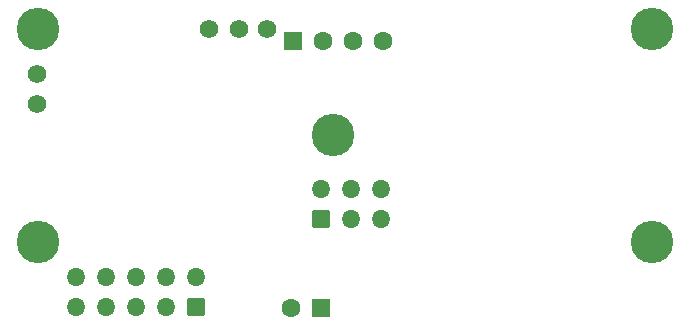
<source format=gbr>
%TF.GenerationSoftware,Altium Limited,Altium Designer,20.1.8 (145)*%
G04 Layer_Color=16711833*
%FSLAX45Y45*%
%MOMM*%
%TF.SameCoordinates,F0989897-1A12-473C-90C7-768902EF80F2*%
%TF.FilePolarity,Negative*%
%TF.FileFunction,Soldermask,Bot*%
%TF.Part,Single*%
G01*
G75*
%TA.AperFunction,ViaPad*%
%ADD34C,3.60000*%
%TA.AperFunction,ComponentPad*%
%ADD40C,1.57600*%
G04:AMPARAMS|DCode=41|XSize=1.576mm|YSize=1.526mm|CornerRadius=0.21925mm|HoleSize=0mm|Usage=FLASHONLY|Rotation=180.000|XOffset=0mm|YOffset=0mm|HoleType=Round|Shape=RoundedRectangle|*
%AMROUNDEDRECTD41*
21,1,1.57600,1.08750,0,0,180.0*
21,1,1.13750,1.52600,0,0,180.0*
1,1,0.43850,-0.56875,0.54375*
1,1,0.43850,0.56875,0.54375*
1,1,0.43850,0.56875,-0.54375*
1,1,0.43850,-0.56875,-0.54375*
%
%ADD41ROUNDEDRECTD41*%
%ADD42O,1.57600X1.52600*%
%ADD43C,1.60000*%
G04:AMPARAMS|DCode=44|XSize=1.6mm|YSize=1.6mm|CornerRadius=0.2285mm|HoleSize=0mm|Usage=FLASHONLY|Rotation=180.000|XOffset=0mm|YOffset=0mm|HoleType=Round|Shape=RoundedRectangle|*
%AMROUNDEDRECTD44*
21,1,1.60000,1.14300,0,0,180.0*
21,1,1.14300,1.60000,0,0,180.0*
1,1,0.45700,-0.57150,0.57150*
1,1,0.45700,0.57150,0.57150*
1,1,0.45700,0.57150,-0.57150*
1,1,0.45700,-0.57150,-0.57150*
%
%ADD44ROUNDEDRECTD44*%
D34*
X2700000Y1700000D02*
D03*
X200000Y800000D02*
D03*
Y2600000D02*
D03*
X5400000D02*
D03*
Y800000D02*
D03*
D40*
X1905099Y2603500D02*
D03*
X1651099D02*
D03*
X190500Y1968500D02*
D03*
X2139895Y2603500D02*
D03*
X190500Y2222500D02*
D03*
D41*
X1540004Y247460D02*
D03*
X2600960Y995680D02*
D03*
D42*
X1286004Y247460D02*
D03*
X1032004D02*
D03*
X778004D02*
D03*
X524004D02*
D03*
Y501460D02*
D03*
X778004D02*
D03*
X1032004D02*
D03*
X1286004D02*
D03*
X1540004D02*
D03*
X2854960Y995680D02*
D03*
X3108960Y995680D02*
D03*
Y1249680D02*
D03*
X2854960Y1249680D02*
D03*
X2600960Y1249680D02*
D03*
D43*
X2341880Y242570D02*
D03*
X3124700Y2500000D02*
D03*
X2870700D02*
D03*
X2616700D02*
D03*
D44*
X2595880Y242570D02*
D03*
X2362700Y2500000D02*
D03*
%TF.MD5,656d2da4b875a16b0767736d42302fd7*%
M02*

</source>
